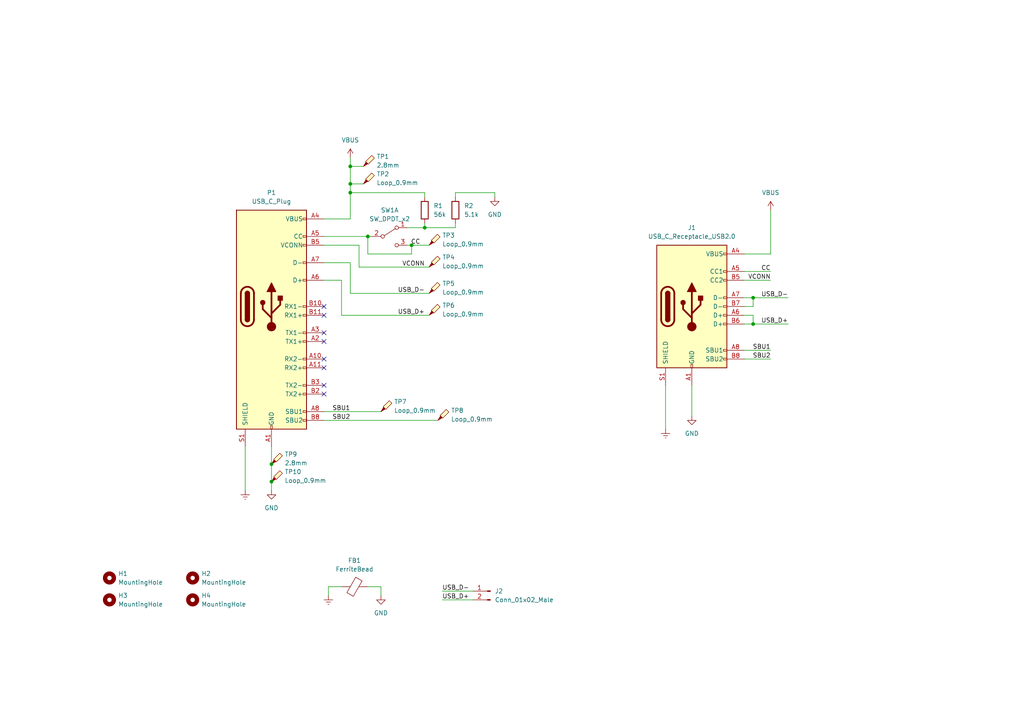
<source format=kicad_sch>
(kicad_sch (version 20211123) (generator eeschema)
  (paper "A4")
  (title_block (title "USBC_PD_TEST") (rev "V0.9") (company "LEXSION.NET"))
  (lib_symbols
    (symbol "Connector:Conn_01x02_Male" (pin_names (offset 1.016) hide)
      (property "Reference" "J" (at 0 2.54 0))
      (property "Value" "Conn_01x02_Male" (at 0 -5.08 0))
      (symbol "Conn_01x02_Male_1_1"
        (polyline (pts (xy 1.27 -2.54) (xy 0.8636 -2.54)) (stroke (width 0.1524)))
        (polyline (pts (xy 1.27 0) (xy 0.8636 0)) (stroke (width 0.1524)))
        (rectangle (start 0.8636 -2.413) (end 0 -2.667) (stroke (width 0.1524)) (fill (type outline)))
        (rectangle (start 0.8636 0.127) (end 0 -0.127) (stroke (width 0.1524)) (fill (type outline)))
        (pin passive line (at 5.08 0 180) (length 3.81) (name "Pin_1") (number "1"))
        (pin passive line (at 5.08 -2.54 180) (length 3.81) (name "Pin_2") (number "2"))
      )
    )
    (symbol "Connector:TestPoint_Probe" (pin_numbers hide) (pin_names (offset 0.762) hide)
      (property "Reference" "TP" (at 1.651 5.842 0))
      (property "Value" "TestPoint_Probe" (at 1.651 4.064 0))
      (symbol "TestPoint_Probe_0_1"
        (polyline (pts (xy 1.27 0.762) (xy 0 0) (xy 0.762 1.27) (xy 1.27 0.762)) (fill (type outline)))
        (polyline (pts (xy 1.397 0.635) (xy 0.635 1.397) (xy 2.413 3.175) (xy 3.175 2.413) (xy 1.397 0.635)) (fill (type background)))
      )
      (symbol "TestPoint_Probe_1_1"
        (pin passive line (at 0 0 90) (length 0) (name "1") (number "1"))
      )
    )
    (symbol "Connector:USB_C_Plug" (pin_names (offset 1.016))
      (property "Reference" "P" (at -10.16 29.21 0))
      (property "Value" "USB_C_Plug" (at 10.16 29.21 0))
      (symbol "USB_C_Plug_0_0"
        (rectangle (start -0.254 -35.56) (end 0.254 -34.544))
        (rectangle (start 10.16 -32.766) (end 9.144 -33.274))
        (rectangle (start 10.16 -30.226) (end 9.144 -30.734))
        (rectangle (start 10.16 -25.146) (end 9.144 -25.654))
        (rectangle (start 10.16 -22.606) (end 9.144 -23.114))
        (rectangle (start 10.16 -17.526) (end 9.144 -18.034))
        (rectangle (start 10.16 -14.986) (end 9.144 -15.494))
        (rectangle (start 10.16 -9.906) (end 9.144 -10.414))
        (rectangle (start 10.16 -7.366) (end 9.144 -7.874))
        (rectangle (start 10.16 -2.286) (end 9.144 -2.794))
        (rectangle (start 10.16 0.254) (end 9.144 -0.254))
        (rectangle (start 10.16 7.874) (end 9.144 7.366))
        (rectangle (start 10.16 12.954) (end 9.144 12.446))
        (rectangle (start 10.16 18.034) (end 9.144 17.526))
        (rectangle (start 10.16 20.574) (end 9.144 20.066))
        (rectangle (start 10.16 25.654) (end 9.144 25.146))
      )
      (symbol "USB_C_Plug_0_1"
        (rectangle (start -10.16 27.94) (end 10.16 -35.56) (stroke (width 0.254)) (fill (type background)))
        (arc (start -8.89 -3.81) (mid -6.985 -5.715) (end -5.08 -3.81) (stroke (width 0.508)))
        (arc (start -7.62 -3.81) (mid -6.985 -4.445) (end -6.35 -3.81) (stroke (width 0.254)))
        (arc (start -7.62 -3.81) (mid -6.985 -4.445) (end -6.35 -3.81) (stroke (width 0.254)) (fill (type outline)))
        (rectangle (start -7.62 -3.81) (end -6.35 3.81) (stroke (width 0.254)) (fill (type outline)))
        (arc (start -6.35 3.81) (mid -6.985 4.445) (end -7.62 3.81) (stroke (width 0.254)))
        (arc (start -6.35 3.81) (mid -6.985 4.445) (end -7.62 3.81) (stroke (width 0.254)) (fill (type outline)))
        (arc (start -5.08 3.81) (mid -6.985 5.715) (end -8.89 3.81) (stroke (width 0.508)))
        (polyline (pts (xy -8.89 -3.81) (xy -8.89 3.81)) (stroke (width 0.508)))
        (polyline (pts (xy -5.08 3.81) (xy -5.08 -3.81)) (stroke (width 0.508)))
      )
      (symbol "USB_C_Plug_1_1"
        (circle (center -2.54 1.143) (radius 0.635) (stroke (width 0.254)) (fill (type outline)))
        (circle (center 0 -5.842) (radius 1.27) (fill (type outline)))
        (polyline (pts (xy 0 -5.842) (xy 0 4.318)) (stroke (width 0.508)))
        (polyline (pts (xy 0 -3.302) (xy -2.54 -0.762) (xy -2.54 0.508)) (stroke (width 0.508)))
        (polyline (pts (xy 0 -2.032) (xy 2.54 0.508) (xy 2.54 1.778)) (stroke (width 0.508)))
        (polyline (pts (xy -1.27 4.318) (xy 0 6.858) (xy 1.27 4.318) (xy -1.27 4.318)) (stroke (width 0.254)) (fill (type outline)))
        (rectangle (start 1.905 1.778) (end 3.175 3.048) (stroke (width 0.254)) (fill (type outline)))
        (pin passive line (at 0 -40.64 90) (length 5.08) (name "GND") (number "A1"))
        (pin bidirectional line (at 15.24 -15.24 180) (length 5.08) (name "RX2-") (number "A10"))
        (pin bidirectional line (at 15.24 -17.78 180) (length 5.08) (name "RX2+") (number "A11"))
        (pin passive line (at 0 -40.64 90) (length 5.08) hide (name "GND") (number "A12"))
        (pin bidirectional line (at 15.24 -10.16 180) (length 5.08) (name "TX1+") (number "A2"))
        (pin bidirectional line (at 15.24 -7.62 180) (length 5.08) (name "TX1-") (number "A3"))
        (pin passive line (at 15.24 25.4 180) (length 5.08) (name "VBUS") (number "A4"))
        (pin bidirectional line (at 15.24 20.32 180) (length 5.08) (name "CC") (number "A5"))
        (pin bidirectional line (at 15.24 7.62 180) (length 5.08) (name "D+") (number "A6"))
        (pin bidirectional line (at 15.24 12.7 180) (length 5.08) (name "D-") (number "A7"))
        (pin bidirectional line (at 15.24 -30.48 180) (length 5.08) (name "SBU1") (number "A8"))
        (pin passive line (at 15.24 25.4 180) (length 5.08) hide (name "VBUS") (number "A9"))
        (pin passive line (at 0 -40.64 90) (length 5.08) hide (name "GND") (number "B1"))
        (pin bidirectional line (at 15.24 0 180) (length 5.08) (name "RX1-") (number "B10"))
        (pin bidirectional line (at 15.24 -2.54 180) (length 5.08) (name "RX1+") (number "B11"))
        (pin passive line (at 0 -40.64 90) (length 5.08) hide (name "GND") (number "B12"))
        (pin bidirectional line (at 15.24 -25.4 180) (length 5.08) (name "TX2+") (number "B2"))
        (pin bidirectional line (at 15.24 -22.86 180) (length 5.08) (name "TX2-") (number "B3"))
        (pin passive line (at 15.24 25.4 180) (length 5.08) hide (name "VBUS") (number "B4"))
        (pin bidirectional line (at 15.24 17.78 180) (length 5.08) (name "VCONN") (number "B5"))
        (pin bidirectional line (at 15.24 -33.02 180) (length 5.08) (name "SBU2") (number "B8"))
        (pin passive line (at 15.24 25.4 180) (length 5.08) hide (name "VBUS") (number "B9"))
        (pin passive line (at -7.62 -40.64 90) (length 5.08) (name "SHIELD") (number "S1"))
      )
    )
    (symbol "Connector:USB_C_Receptacle_USB2.0" (pin_names (offset 1.016))
      (property "Reference" "J" (at -10.16 19.05 0))
      (property "Value" "USB_C_Receptacle_USB2.0" (at 19.05 19.05 0))
      (symbol "USB_C_Receptacle_USB2.0_0_0"
        (rectangle (start -0.254 -17.78) (end 0.254 -16.764))
        (rectangle (start 10.16 -14.986) (end 9.144 -15.494))
        (rectangle (start 10.16 -12.446) (end 9.144 -12.954))
        (rectangle (start 10.16 -4.826) (end 9.144 -5.334))
        (rectangle (start 10.16 -2.286) (end 9.144 -2.794))
        (rectangle (start 10.16 0.254) (end 9.144 -0.254))
        (rectangle (start 10.16 2.794) (end 9.144 2.286))
        (rectangle (start 10.16 7.874) (end 9.144 7.366))
        (rectangle (start 10.16 10.414) (end 9.144 9.906))
        (rectangle (start 10.16 15.494) (end 9.144 14.986))
      )
      (symbol "USB_C_Receptacle_USB2.0_0_1"
        (rectangle (start -10.16 17.78) (end 10.16 -17.78) (stroke (width 0.254)) (fill (type background)))
        (arc (start -8.89 -3.81) (mid -6.985 -5.715) (end -5.08 -3.81) (stroke (width 0.508)))
        (arc (start -7.62 -3.81) (mid -6.985 -4.445) (end -6.35 -3.81) (stroke (width 0.254)))
        (arc (start -7.62 -3.81) (mid -6.985 -4.445) (end -6.35 -3.81) (stroke (width 0.254)) (fill (type outline)))
        (rectangle (start -7.62 -3.81) (end -6.35 3.81) (stroke (width 0.254)) (fill (type outline)))
        (arc (start -6.35 3.81) (mid -6.985 4.445) (end -7.62 3.81) (stroke (width 0.254)))
        (arc (start -6.35 3.81) (mid -6.985 4.445) (end -7.62 3.81) (stroke (width 0.254)) (fill (type outline)))
        (arc (start -5.08 3.81) (mid -6.985 5.715) (end -8.89 3.81) (stroke (width 0.508)))
        (circle (center -2.54 1.143) (radius 0.635) (stroke (width 0.254)) (fill (type outline)))
        (circle (center 0 -5.842) (radius 1.27) (fill (type outline)))
        (polyline (pts (xy -8.89 -3.81) (xy -8.89 3.81)) (stroke (width 0.508)))
        (polyline (pts (xy -5.08 3.81) (xy -5.08 -3.81)) (stroke (width 0.508)))
        (polyline (pts (xy 0 -5.842) (xy 0 4.318)) (stroke (width 0.508)))
        (polyline (pts (xy 0 -3.302) (xy -2.54 -0.762) (xy -2.54 0.508)) (stroke (width 0.508)))
        (polyline (pts (xy 0 -2.032) (xy 2.54 0.508) (xy 2.54 1.778)) (stroke (width 0.508)))
        (polyline (pts (xy -1.27 4.318) (xy 0 6.858) (xy 1.27 4.318) (xy -1.27 4.318)) (stroke (width 0.254)) (fill (type outline)))
        (rectangle (start 1.905 1.778) (end 3.175 3.048) (stroke (width 0.254)) (fill (type outline)))
      )
      (symbol "USB_C_Receptacle_USB2.0_1_1"
        (pin passive line (at 0 -22.86 90) (length 5.08) (name "GND") (number "A1"))
        (pin passive line (at 0 -22.86 90) (length 5.08) hide (name "GND") (number "A12"))
        (pin passive line (at 15.24 15.24 180) (length 5.08) (name "VBUS") (number "A4"))
        (pin bidirectional line (at 15.24 10.16 180) (length 5.08) (name "CC1") (number "A5"))
        (pin bidirectional line (at 15.24 -2.54 180) (length 5.08) (name "D+") (number "A6"))
        (pin bidirectional line (at 15.24 2.54 180) (length 5.08) (name "D-") (number "A7"))
        (pin bidirectional line (at 15.24 -12.7 180) (length 5.08) (name "SBU1") (number "A8"))
        (pin passive line (at 15.24 15.24 180) (length 5.08) hide (name "VBUS") (number "A9"))
        (pin passive line (at 0 -22.86 90) (length 5.08) hide (name "GND") (number "B1"))
        (pin passive line (at 0 -22.86 90) (length 5.08) hide (name "GND") (number "B12"))
        (pin passive line (at 15.24 15.24 180) (length 5.08) hide (name "VBUS") (number "B4"))
        (pin bidirectional line (at 15.24 7.62 180) (length 5.08) (name "CC2") (number "B5"))
        (pin bidirectional line (at 15.24 -5.08 180) (length 5.08) (name "D+") (number "B6"))
        (pin bidirectional line (at 15.24 0 180) (length 5.08) (name "D-") (number "B7"))
        (pin bidirectional line (at 15.24 -15.24 180) (length 5.08) (name "SBU2") (number "B8"))
        (pin passive line (at 15.24 15.24 180) (length 5.08) hide (name "VBUS") (number "B9"))
        (pin passive line (at -7.62 -22.86 90) (length 5.08) (name "SHIELD") (number "S1"))
      )
    )
    (symbol "Device:FerriteBead" (pin_numbers hide) (pin_names (offset 0))
      (property "Reference" "FB" (at -3.81 0.635 90))
      (property "Value" "FerriteBead" (at 3.81 0 90))
      (symbol "FerriteBead_0_1"
        (polyline (pts (xy 0 -1.27) (xy 0 -1.2192)))
        (polyline (pts (xy 0 1.27) (xy 0 1.2954)))
        (polyline (pts (xy -2.7686 0.4064) (xy -1.7018 2.2606) (xy 2.7686 -0.3048) (xy 1.6764 -2.159) (xy -2.7686 0.4064)))
      )
      (symbol "FerriteBead_1_1"
        (pin passive line (at 0 3.81 270) (length 2.54) (name "~") (number "1"))
        (pin passive line (at 0 -3.81 90) (length 2.54) (name "~") (number "2"))
      )
    )
    (symbol "Device:R" (pin_numbers hide) (pin_names (offset 0))
      (property "Reference" "R" (at 2.032 0 90))
      (property "Value" "R" (at 0 0 90))
      (symbol "R_0_1"
        (rectangle (start -1.016 -2.54) (end 1.016 2.54) (stroke (width 0.254)))
      )
      (symbol "R_1_1"
        (pin passive line (at 0 3.81 270) (length 1.27) (name "~") (number "1"))
        (pin passive line (at 0 -3.81 90) (length 1.27) (name "~") (number "2"))
      )
    )
    (symbol "Mechanical:MountingHole" (pin_names (offset 1.016))
      (property "Reference" "H" (at 0 5.08 0))
      (property "Value" "MountingHole" (at 0 3.175 0))
      (symbol "MountingHole_0_1"
        (circle (center 0 0) (radius 1.27) (stroke (width 1.27)))
      )
    )
    (symbol "Switch:SW_DPDT_x2" (pin_names (offset 0) hide)
      (property "Reference" "SW" (at 0 4.318 0))
      (property "Value" "SW_DPDT_x2" (at 0 -5.08 0))
      (symbol "SW_DPDT_x2_0_0"
        (circle (center -2.032 0) (radius 0.508))
        (circle (center 2.032 -2.54) (radius 0.508))
      )
      (symbol "SW_DPDT_x2_0_1"
        (polyline (pts (xy -1.524 0.254) (xy 1.651 2.286)))
        (circle (center 2.032 2.54) (radius 0.508))
      )
      (symbol "SW_DPDT_x2_1_1"
        (pin passive line (at 5.08 2.54 180) (length 2.54) (name "A") (number "1"))
        (pin passive line (at -5.08 0 0) (length 2.54) (name "B") (number "2"))
        (pin passive line (at 5.08 -2.54 180) (length 2.54) (name "C") (number "3"))
      )
      (symbol "SW_DPDT_x2_2_1"
        (pin passive line (at 5.08 2.54 180) (length 2.54) (name "A") (number "4"))
        (pin passive line (at -5.08 0 0) (length 2.54) (name "B") (number "5"))
        (pin passive line (at 5.08 -2.54 180) (length 2.54) (name "C") (number "6"))
      )
    )
    (symbol "power:Earth" (power) (pin_names (offset 0))
      (symbol "Earth_0_1"
        (polyline (pts (xy -0.635 -1.905) (xy 0.635 -1.905)))
        (polyline (pts (xy -0.127 -2.54) (xy 0.127 -2.54)))
        (polyline (pts (xy 0 -1.27) (xy 0 0)))
        (polyline (pts (xy 1.27 -1.27) (xy -1.27 -1.27)))
      )
      (symbol "Earth_1_1"
        (pin power_in line (at 0 0 270) (length 0) hide (name "Earth") (number "1"))
      )
    )
    (symbol "power:GND" (power) (pin_names (offset 0))
      (property "Value" "GND" (at 0 -3.81 0))
      (symbol "GND_0_1"
        (polyline (pts (xy 0 0) (xy 0 -1.27) (xy 1.27 -1.27) (xy 0 -2.54) (xy -1.27 -1.27) (xy 0 -1.27)))
      )
      (symbol "GND_1_1"
        (pin power_in line (at 0 0 270) (length 0) hide (name "GND") (number "1"))
      )
    )
    (symbol "power:VBUS" (power) (pin_names (offset 0))
      (property "Value" "VBUS" (at 0 3.81 0))
      (symbol "VBUS_0_1"
        (polyline (pts (xy -0.762 1.27) (xy 0 2.54)))
        (polyline (pts (xy 0 0) (xy 0 2.54)))
        (polyline (pts (xy 0 2.54) (xy 0.762 1.27)))
      )
      (symbol "VBUS_1_1"
        (pin power_in line (at 0 0 90) (length 0) hide (name "VBUS") (number "1"))
      )
    )
  )
  (junction (at 218.44 86.36))
  (junction (at 218.44 93.98))
  (junction (at 101.6 55.88))
  (junction (at 123.19 66.04))
  (junction (at 119.38 71.12))
  (junction (at 78.74 134.62))
  (junction (at 101.6 48.26))
  (junction (at 78.74 139.7))
  (junction (at 101.6 53.34))
  (junction (at 106.68 68.58))
  (no_connect (at 93.98 99.06))
  (no_connect (at 93.98 104.14))
  (no_connect (at 93.98 106.68))
  (no_connect (at 93.98 111.76))
  (no_connect (at 93.98 114.3))
  (no_connect (at 93.98 88.9))
  (no_connect (at 93.98 91.44))
  (no_connect (at 93.98 96.52))
  (wire (pts (xy 119.38 73.66) (xy 119.38 71.12)))
  (wire (pts (xy 123.19 66.04) (xy 123.19 64.77)))
  (wire (pts (xy 223.52 60.96) (xy 223.52 73.66)))
  (wire (pts (xy 215.9 91.44) (xy 218.44 91.44)))
  (wire (pts (xy 101.6 48.26) (xy 101.6 53.34)))
  (wire (pts (xy 118.11 66.04) (xy 123.19 66.04)))
  (wire (pts (xy 104.14 77.47) (xy 124.46 77.47)))
  (wire (pts (xy 143.51 55.88) (xy 143.51 57.15)))
  (wire (pts (xy 93.98 119.38) (xy 110.49 119.38)))
  (wire (pts (xy 193.04 124.46) (xy 193.04 111.76)))
  (wire (pts (xy 105.41 48.26) (xy 101.6 48.26)))
  (wire (pts (xy 106.68 68.58) (xy 106.68 73.66)))
  (wire (pts (xy 132.08 66.04) (xy 123.19 66.04)))
  (wire (pts (xy 215.9 78.74) (xy 223.52 78.74)))
  (wire (pts (xy 132.08 55.88) (xy 143.51 55.88)))
  (wire (pts (xy 101.6 53.34) (xy 105.41 53.34)))
  (wire (pts (xy 78.74 129.54) (xy 78.74 134.62)))
  (wire (pts (xy 99.06 81.28) (xy 99.06 91.44)))
  (wire (pts (xy 218.44 88.9) (xy 218.44 86.36)))
  (wire (pts (xy 104.14 71.12) (xy 104.14 77.47)))
  (wire (pts (xy 215.9 86.36) (xy 218.44 86.36)))
  (wire (pts (xy 101.6 63.5) (xy 101.6 55.88)))
  (wire (pts (xy 93.98 68.58) (xy 106.68 68.58)))
  (wire (pts (xy 110.49 172.72) (xy 110.49 170.18)))
  (wire (pts (xy 132.08 57.15) (xy 132.08 55.88)))
  (wire (pts (xy 123.19 55.88) (xy 101.6 55.88)))
  (wire (pts (xy 93.98 81.28) (xy 99.06 81.28)))
  (wire (pts (xy 106.68 73.66) (xy 119.38 73.66)))
  (wire (pts (xy 200.66 111.76) (xy 200.66 120.65)))
  (wire (pts (xy 215.9 88.9) (xy 218.44 88.9)))
  (wire (pts (xy 215.9 93.98) (xy 218.44 93.98)))
  (wire (pts (xy 99.06 91.44) (xy 124.46 91.44)))
  (wire (pts (xy 110.49 170.18) (xy 106.68 170.18)))
  (wire (pts (xy 93.98 71.12) (xy 104.14 71.12)))
  (wire (pts (xy 215.9 81.28) (xy 223.52 81.28)))
  (wire (pts (xy 218.44 93.98) (xy 228.6 93.98)))
  (wire (pts (xy 78.74 134.62) (xy 78.74 139.7)))
  (wire (pts (xy 93.98 76.2) (xy 101.6 76.2)))
  (wire (pts (xy 93.98 121.92) (xy 127 121.92)))
  (wire (pts (xy 101.6 85.09) (xy 124.46 85.09)))
  (wire (pts (xy 93.98 63.5) (xy 101.6 63.5)))
  (wire (pts (xy 106.68 68.58) (xy 107.95 68.58)))
  (wire (pts (xy 223.52 104.14) (xy 215.9 104.14)))
  (wire (pts (xy 95.25 170.18) (xy 99.06 170.18)))
  (wire (pts (xy 95.25 172.72) (xy 95.25 170.18)))
  (wire (pts (xy 119.38 71.12) (xy 118.11 71.12)))
  (wire (pts (xy 101.6 76.2) (xy 101.6 85.09)))
  (wire (pts (xy 223.52 101.6) (xy 215.9 101.6)))
  (wire (pts (xy 218.44 91.44) (xy 218.44 93.98)))
  (wire (pts (xy 128.27 171.45) (xy 137.16 171.45)))
  (wire (pts (xy 128.27 173.99) (xy 137.16 173.99)))
  (wire (pts (xy 223.52 73.66) (xy 215.9 73.66)))
  (wire (pts (xy 218.44 86.36) (xy 228.6 86.36)))
  (wire (pts (xy 78.74 139.7) (xy 78.74 142.24)))
  (wire (pts (xy 132.08 64.77) (xy 132.08 66.04)))
  (wire (pts (xy 71.12 129.54) (xy 71.12 142.24)))
  (wire (pts (xy 101.6 48.26) (xy 101.6 45.72)))
  (wire (pts (xy 101.6 53.34) (xy 101.6 55.88)))
  (wire (pts (xy 119.38 71.12) (xy 124.46 71.12)))
  (wire (pts (xy 123.19 57.15) (xy 123.19 55.88)))
  (label "SBU1" (at 223.52 101.6 180))
  (label "USB_D-" (at 228.6 86.36 180))
  (label "USB_D+" (at 228.6 93.98 180))
  (label "USB_D-" (at 128.27 171.45 0))
  (label "VCONN" (at 223.52 81.28 180))
  (label "USB_D+" (at 123.19 91.44 180))
  (label "CC" (at 121.92 71.12 180))
  (label "SBU2" (at 223.52 104.14 180))
  (label "CC" (at 223.52 78.74 180))
  (label "USB_D-" (at 123.19 85.09 180))
  (label "SBU1" (at 101.6 119.38 180))
  (label "SBU2" (at 101.6 121.92 180))
  (label "VCONN" (at 123.19 77.47 180))
  (label "USB_D+" (at 128.27 173.99 0))
  (symbol (lib_id "Connector:TestPoint_Probe") (at 105.41 48.26 0) (unit 1)
    (property "Reference" "TP1" (at 109.22 45.4024 0) (effects (justify left)))
    (property "Value" "2.8mm" (at 109.22 47.9424 0) (effects (justify left)))
    (property "Footprint" "TestPoint:TestPoint_Loop_D3.80mm_Drill2.8mm" (effects hide))
  )
  (symbol (lib_id "Connector:TestPoint_Probe") (at 127 121.92 0) (unit 1)
    (property "Reference" "TP8" (at 130.81 119.0624 0) (effects (justify left)))
    (property "Value" "Loop_0.9mm" (at 130.81 121.6024 0) (effects (justify left)))
    (property "Footprint" "TestPoint:TestPoint_Loop_D2.60mm_Drill0.9mm_Beaded" (effects hide))
  )
  (symbol (lib_id "Connector:TestPoint_Probe") (at 124.46 77.47 0) (unit 1)
    (property "Reference" "TP4" (at 128.27 74.6124 0) (effects (justify left)))
    (property "Value" "Loop_0.9mm" (at 128.27 77.1524 0) (effects (justify left)))
    (property "Footprint" "TestPoint:TestPoint_Loop_D2.60mm_Drill0.9mm_Beaded" (effects hide))
  )
  (symbol (lib_id "power:Earth") (at 193.04 124.46 0) (unit 1)
    (property "Reference" "#PWR0104" (effects hide))
    (property "Value" "Earth" (effects hide))
  )
  (symbol (lib_id "Connector:TestPoint_Probe") (at 124.46 71.12 0) (unit 1)
    (property "Reference" "TP3" (at 128.27 68.2624 0) (effects (justify left)))
    (property "Value" "Loop_0.9mm" (at 128.27 70.8024 0) (effects (justify left)))
    (property "Footprint" "TestPoint:TestPoint_Loop_D2.60mm_Drill0.9mm_Beaded" (effects hide))
  )
  (symbol (lib_id "Connector:TestPoint_Probe") (at 78.74 134.62 0) (unit 1)
    (property "Reference" "TP9" (at 82.55 131.7624 0) (effects (justify left)))
    (property "Value" "2.8mm" (at 82.55 134.3024 0) (effects (justify left)))
    (property "Footprint" "TestPoint:TestPoint_Loop_D3.80mm_Drill2.8mm" (effects hide))
  )
  (symbol (lib_id "Device:R") (at 123.19 60.96 0) (unit 1)
    (property "Reference" "R1" (at 125.73 59.6899 0) (effects (justify left)))
    (property "Value" "56k" (at 125.73 62.2299 0) (effects (justify left)))
    (property "Footprint" "Resistor_SMD:R_0402_1005Metric" (effects hide))
  )
  (symbol (lib_id "power:Earth") (at 95.25 172.72 0) (unit 1)
    (property "Reference" "#PWR0102" (effects hide))
    (property "Value" "Earth" (effects hide))
  )
  (symbol (lib_id "Connector:TestPoint_Probe") (at 124.46 85.09 0) (unit 1)
    (property "Reference" "TP5" (at 128.27 82.2324 0) (effects (justify left)))
    (property "Value" "Loop_0.9mm" (at 128.27 84.7724 0) (effects (justify left)))
    (property "Footprint" "TestPoint:TestPoint_Loop_D2.60mm_Drill0.9mm_Beaded" (effects hide))
  )
  (symbol (lib_id "power:Earth") (at 71.12 142.24 0) (unit 1)
    (property "Reference" "#PWR0101" (effects hide))
    (property "Value" "Earth" (effects hide))
  )
  (symbol (lib_id "Switch:SW_DPDT_x2") (at 113.03 68.58 0) (unit 1)
    (property "Reference" "SW1" (at 113.03 60.96 0))
    (property "Value" "SW_DPDT_x2" (at 113.03 63.5 0))
    (property "Footprint" "Lex_Button_Switch:SW_DPDT_MSS22D18" (effects hide))
  )
  (symbol (lib_id "Connector:TestPoint_Probe") (at 124.46 91.44 0) (unit 1)
    (property "Reference" "TP6" (at 128.27 88.5824 0) (effects (justify left)))
    (property "Value" "Loop_0.9mm" (at 128.27 91.1224 0) (effects (justify left)))
    (property "Footprint" "TestPoint:TestPoint_Loop_D2.60mm_Drill0.9mm_Beaded" (effects hide))
  )
  (symbol (lib_id "power:VBUS") (at 101.6 45.72 0) (unit 1)
    (property "Reference" "#PWR01" (effects hide))
    (property "Value" "VBUS" (at 101.6 40.64 0))
  )
  (symbol (lib_id "power:GND") (at 200.66 120.65 0) (unit 1)
    (property "Reference" "#PWR03" (effects hide))
    (property "Value" "GND" (at 200.66 125.73 0))
  )
  (symbol (lib_id "Device:FerriteBead") (at 102.87 170.18 90) (unit 1)
    (property "Reference" "FB1" (at 102.8192 162.56 90))
    (property "Value" "FerriteBead" (at 102.8192 165.1 90))
    (property "Footprint" "Inductor_SMD:L_0603_1608Metric" (effects hide))
  )
  (symbol (lib_id "power:GND") (at 78.74 142.24 0) (unit 1)
    (property "Reference" "#PWR04" (effects hide))
    (property "Value" "GND" (at 78.74 147.32 0))
  )
  (symbol (lib_id "Mechanical:MountingHole") (at 31.75 167.64 0) (unit 1)
    (property "Reference" "H1" (at 34.29 166.3699 0) (effects (justify left)))
    (property "Value" "MountingHole" (at 34.29 168.9099 0) (effects (justify left)))
    (property "Footprint" "MountingHole:MountingHole_3.2mm_M3_Pad_Via" (effects hide))
  )
  (symbol (lib_id "Connector:USB_C_Plug") (at 78.74 88.9 0) (unit 1)
    (property "Reference" "P1" (at 78.74 55.88 0))
    (property "Value" "USB_C_Plug" (at 78.74 58.42 0))
    (property "Footprint" "Connector_USB:USB_C_Plug_Molex_105444" (effects hide))
    (property "Datasheet" "https://www.usb.org/sites/default/files/documents/usb_type-c.zip" (effects hide))
  )
  (symbol (lib_id "Mechanical:MountingHole") (at 55.88 167.64 0) (unit 1)
    (property "Reference" "H2" (at 58.42 166.3699 0) (effects (justify left)))
    (property "Value" "MountingHole" (at 58.42 168.9099 0) (effects (justify left)))
    (property "Footprint" "MountingHole:MountingHole_3.2mm_M3_Pad_Via" (effects hide))
  )
  (symbol (lib_id "Connector:USB_C_Receptacle_USB2.0") (at 200.66 88.9 0) (unit 1)
    (property "Reference" "J1" (at 200.66 66.04 0))
    (property "Value" "USB_C_Receptacle_USB2.0" (at 200.66 68.58 0))
    (property "Footprint" "Connector_USB:USB_C_Receptacle_Palconn_UTC16-G" (effects hide))
    (property "Datasheet" "https://www.usb.org/sites/default/files/documents/usb_type-c.zip" (effects hide))
  )
  (symbol (lib_id "power:GND") (at 110.49 172.72 0) (unit 1)
    (property "Reference" "#PWR0103" (effects hide))
    (property "Value" "GND" (at 110.49 177.8 0))
  )
  (symbol (lib_id "Connector:TestPoint_Probe") (at 78.74 139.7 0) (unit 1)
    (property "Reference" "TP10" (at 82.55 136.8424 0) (effects (justify left)))
    (property "Value" "Loop_0.9mm" (at 82.55 139.3824 0) (effects (justify left)))
    (property "Footprint" "TestPoint:TestPoint_Loop_D2.60mm_Drill0.9mm_Beaded" (effects hide))
  )
  (symbol (lib_id "Connector:TestPoint_Probe") (at 105.41 53.34 0) (unit 1)
    (property "Reference" "TP2" (at 109.22 50.4824 0) (effects (justify left)))
    (property "Value" "Loop_0.9mm" (at 109.22 53.0224 0) (effects (justify left)))
    (property "Footprint" "TestPoint:TestPoint_Loop_D2.60mm_Drill0.9mm_Beaded" (effects hide))
  )
  (symbol (lib_id "Connector:Conn_01x02_Male") (at 142.24 171.45 0) (mirror y) (unit 1)
    (property "Reference" "J2" (at 143.51 171.4499 0) (effects (justify right)))
    (property "Value" "Conn_01x02_Male" (at 143.51 173.9899 0) (effects (justify right)))
    (property "Footprint" "Connector_PinHeader_2.54mm:PinHeader_1x02_P2.54mm_Vertical" (effects hide))
  )
  (symbol (lib_id "power:GND") (at 143.51 57.15 0) (unit 1)
    (property "Reference" "#PWR0105" (effects hide))
    (property "Value" "GND" (at 143.51 62.23 0))
  )
  (symbol (lib_id "power:VBUS") (at 223.52 60.96 0) (unit 1)
    (property "Reference" "#PWR02" (effects hide))
    (property "Value" "VBUS" (at 223.52 55.88 0))
  )
  (symbol (lib_id "Mechanical:MountingHole") (at 31.75 173.99 0) (unit 1)
    (property "Reference" "H3" (at 34.29 172.7199 0) (effects (justify left)))
    (property "Value" "MountingHole" (at 34.29 175.2599 0) (effects (justify left)))
    (property "Footprint" "MountingHole:MountingHole_3.2mm_M3_Pad_Via" (effects hide))
  )
  (symbol (lib_id "Connector:TestPoint_Probe") (at 110.49 119.38 0) (unit 1)
    (property "Reference" "TP7" (at 114.3 116.5224 0) (effects (justify left)))
    (property "Value" "Loop_0.9mm" (at 114.3 119.0624 0) (effects (justify left)))
    (property "Footprint" "TestPoint:TestPoint_Loop_D2.60mm_Drill0.9mm_Beaded" (effects hide))
  )
  (symbol (lib_id "Device:R") (at 132.08 60.96 0) (unit 1)
    (property "Reference" "R2" (at 134.62 59.6899 0) (effects (justify left)))
    (property "Value" "5.1k" (at 134.62 62.2299 0) (effects (justify left)))
    (property "Footprint" "Resistor_SMD:R_0402_1005Metric" (effects hide))
  )
  (symbol (lib_id "Mechanical:MountingHole") (at 55.88 173.99 0) (unit 1)
    (property "Reference" "H4" (at 58.42 172.7199 0) (effects (justify left)))
    (property "Value" "MountingHole" (at 58.42 175.2599 0) (effects (justify left)))
    (property "Footprint" "MountingHole:MountingHole_3.2mm_M3_Pad_Via" (effects hide))
  )
)
</source>
